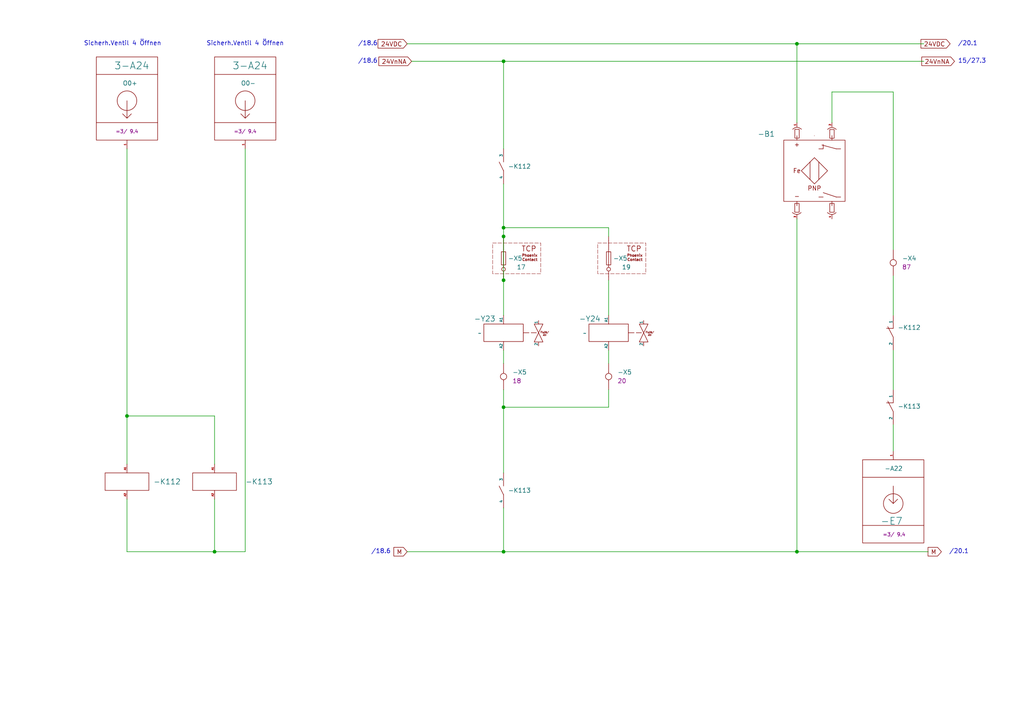
<source format=kicad_sch>
(kicad_sch (version 20250114) (generator "eeschema") (generator_version "9.0")
  (paper "A4")
  (title_block (comment 4 "3"))
  (lib_symbols
    (symbol "TCP_(X)_1" (pin_numbers (hide yes)) (pin_names (offset 0) (hide yes))
      (property "Reference" "-X" (at -9.398 7.366 0))
      (symbol "TCP_(X)_1_0_1"
        (polyline (pts (xy -3.81 -5.334) (xy -3.81 -3.81)))
      )
      (symbol "TCP_(X)_1_1_1"
        (rectangle (start -6.985 4.445) (end 6.985 -4.445) (stroke (width 0.1016) (type dash)))
        (rectangle (start -4.445 1.905) (end -3.175 -1.905))
        (circle (center -3.8101 -3.155) (radius 0.5341))
        (polyline (pts (xy -3.81 5.08) (xy -3.81 -2.54)))
        (text "TCP" (at 3.556 2.794 0) (effects (font (size 1.524 1.524))))
        (text "Phoenix\nContact" (at 6.096 0.254 0) (effects (font (size 0.762 0.762)) (justify right)))
        (pin passive line (at -3.81 6.35 270) (length 1.27) (name "") (number ""))
        (pin passive line (at -3.81 -6.35 90) (length 1.016) (name ".") (number ""))
      )
    )
    (symbol "Verbinder_Standart_einfach_(X)_1" (pin_numbers (hide yes)) (pin_names (offset 0))
      (property "Reference" "-X" (at -4.572 2.794 0))
      (property "Nummer" "x" (at 3.048 3.048 0))
      (symbol "Verbinder_Standart_einfach_(X)_1_0_1"
        (polyline (pts (xy 0 1.27) (xy 0 1.016)))
        (circle (center 0 0) (radius 0.9158))
        (polyline (pts (xy 0 -1.27) (xy 0 -1.016)))
      )
      (symbol "Verbinder_Standart_einfach_(X)_1_1_1"
        (pin passive line (at 0 3.81 270) (length 2.54) (name "") (number ""))
        (pin passive line (at 0 -3.81 90) (length 2.54) (name "") (number ""))
      )
    )
    (symbol "Verbinder_Standart_einfach_(X)_2" (pin_numbers (hide yes)) (pin_names (offset 0))
      (property "Reference" "-X" (at -4.572 2.794 0))
      (property "Nummer" "x" (at 3.048 3.048 0))
      (symbol "Verbinder_Standart_einfach_(X)_2_0_1"
        (polyline (pts (xy 0 1.27) (xy 0 1.016)))
        (circle (center 0 0) (radius 0.9158))
        (polyline (pts (xy 0 -1.27) (xy 0 -1.016)))
      )
      (symbol "Verbinder_Standart_einfach_(X)_2_1_1"
        (pin passive line (at 0 3.81 270) (length 2.54) (name "") (number ""))
        (pin passive line (at 0 -3.81 90) (length 2.54) (name "") (number ""))
      )
    )
    (symbol "standart:PLC_IN_(E)" (on_board no)
      (property "Reference" "-E" (at -6.35 10.16 0))
      (property "Target" "=Gruppe/ Seite.Pfad" (at 0.254 -8.382 0))
      (symbol "PLC_IN_(E)_0_1"
        (rectangle (start -8.89 12.7) (end 8.89 -11.43))
        (polyline (pts (xy -8.89 7.62) (xy 8.89 7.62)))
        (polyline (pts (xy -8.89 -6.35) (xy 8.89 -6.35)))
        (polyline (pts (xy 0 5.08) (xy 0 0) (xy 1.27 1.27) (xy 0 0) (xy -1.27 1.27)))
        (circle (center 0 0) (radius 2.8398))
      )
      (symbol "PLC_IN_(E)_1_1"
        (pin input line (at 0 15.24 270) (length 2.54) (name "") (number "1"))
      )
    )
    (symbol "standart:PLC_OUT_(A)" (on_board no)
      (property "Reference" "-A" (at -6.35 10.16 0))
      (property "Target" "=Gruppe/ Seite.Pfad" (at 0 -8.89 0))
      (symbol "PLC_OUT_(A)_0_1"
        (rectangle (start -8.89 12.7) (end 8.89 -11.43))
        (polyline (pts (xy -8.89 7.62) (xy 8.89 7.62)))
        (polyline (pts (xy -8.89 -6.35) (xy 8.89 -6.35)))
        (polyline (pts (xy 0 0) (xy 0 -5.08) (xy 1.27 -3.81) (xy 0 -5.08) (xy -1.27 -3.81)))
        (circle (center 0 0) (radius 2.8398))
      )
      (symbol "PLC_OUT_(A)_1_1"
        (pin output line (at 0 -13.97 90) (length 2.54) (name "") (number "1"))
      )
    )
    (symbol "standart:Relais_(K)_A1-A2" (pin_names (hide yes))
      (property "Reference" "-K" (at -4.572 5.842 0))
      (symbol "Relais_(K)_A1-A2_0_1"
        (rectangle (start -6.35 2.54) (end 6.35 -2.54))
      )
      (symbol "Relais_(K)_A1-A2_1_1"
        (pin passive line (at 0 5.08 270) (length 2.54) (name "") (number "A1"))
        (pin passive line (at 0 -5.08 90) (length 2.54) (name "") (number "A2"))
      )
    )
    (symbol "standart:Relais_(K)_NC" (pin_numbers (hide yes)) (pin_names (offset 0))
      (property "Reference" "-K" (at -4.572 4.318 0))
      (symbol "Relais_(K)_NC_0_1"
        (polyline (pts (xy 0 1.27) (xy -1.944 1.27)))
        (polyline (pts (xy 0 1.27) (xy 0 1.27)))
        (polyline (pts (xy 0 -1.27) (xy -1.5826 1.7804)))
      )
      (symbol "Relais_(K)_NC_1_1"
        (pin passive line (at 0 5.08 270) (length 3.81) (name "1") (number "1"))
        (pin passive line (at 0 -5.08 90) (length 3.81) (name "2") (number "2"))
      )
    )
    (symbol "standart:Relais_(K)_NO" (pin_numbers (hide yes)) (pin_names (offset 0))
      (property "Reference" "-K" (at -4.318 4.318 0))
      (symbol "Relais_(K)_NO_0_1"
        (polyline (pts (xy 0 1.27) (xy 0 1.27)))
        (polyline (pts (xy 0 -1.27) (xy -1.27 1.27)))
      )
      (symbol "Relais_(K)_NO_1_1"
        (pin passive line (at 0 5.08 270) (length 3.81) (name "3") (number "3"))
        (pin passive line (at 0 -5.08 90) (length 3.81) (name "4") (number "4"))
      )
    )
    (symbol "standart:Sensor_PNP_Fe_(B)_NO_NC"
      (property "Reference" "-B" (at -13.97 10.668 0))
      (symbol "Sensor_PNP_Fe_(B)_NO_NC_0_1"
        (rectangle (start -8.89 8.89) (end 8.89 -8.89))
        (polyline (pts (xy -5.08 8.89) (xy -5.08 10.16)))
        (polyline (pts (xy -5.08 -8.89) (xy -5.08 -10.16)))
        (polyline (pts (xy -3.81 0) (xy 0 3.81) (xy 3.81 0) (xy 0 -3.81) (xy -3.81 0)))
        (polyline (pts (xy -1.27 2.54) (xy -1.27 -2.54)))
        (rectangle (start 0 10.16) (end 0 10.16))
        (polyline (pts (xy 1.27 6.35) (xy 2.54 6.35) (xy 2.54 7.62)))
        (polyline (pts (xy 1.27 2.54) (xy 1.27 -2.54)))
        (polyline (pts (xy 1.27 -7.62) (xy 2.54 -7.62)))
        (rectangle (start 5.08 10.16) (end 5.08 10.16))
        (polyline (pts (xy 5.08 8.89) (xy 5.08 10.16)))
        (polyline (pts (xy 5.08 -8.89) (xy 5.08 -10.16)))
        (polyline (pts (xy 6.35 6.35) (xy 2.1612 7.4737)))
        (polyline (pts (xy 6.35 6.35) (xy 7.62 6.35)))
        (polyline (pts (xy 6.35 -7.62) (xy 2.54 -6.35)))
        (polyline (pts (xy 6.35 -7.62) (xy 7.62 -7.62)))
      )
      (symbol "Sensor_PNP_Fe_(B)_NO_NC_1_1"
        (bezier (pts (xy -6.3012 12.0345) (xy -5.0312 13.3045) (xy -3.7612 12.0345) (xy -3.7612 12.0345)))
        (rectangle (start -5.7031 -9.4835) (end -4.4331 -12.0235) (fill (type color)))
        (rectangle (start -5.6833 12.0107) (end -4.4133 9.4707) (fill (type color)))
        (bezier (pts (xy -3.8638 -12.0969) (xy -5.1338 -13.3669) (xy -6.4038 -12.0969) (xy -6.4038 -12.0969)))
        (bezier (pts (xy 3.8093 11.9806) (xy 5.0793 13.2506) (xy 6.3493 11.9806) (xy 6.3493 11.9806)))
        (rectangle (start 4.4492 -9.4835) (end 5.7192 -12.0235) (fill (type color)))
        (rectangle (start 4.451 11.9632) (end 5.721 9.4232) (fill (type color)))
        (bezier (pts (xy 6.2858 -12.1072) (xy 5.0158 -13.3772) (xy 3.7458 -12.1072) (xy 3.7458 -12.1072)))
        (text "+" (at -5.08 7.62 0) (effects (font (size 1.27 1.27))))
        (text "Fe" (at -5.08 0 0) (effects (font (size 1.27 1.27))))
        (text "-" (at -5.08 -7.366 0) (effects (font (size 1.27 1.27))))
        (text "PNP" (at 0 -5.08 0) (effects (font (size 1.27 1.27))))
        (pin passive line (at -5.08 13.97 270) (length 1.27) (name "") (number "1"))
        (pin passive line (at -5.08 -13.97 90) (length 1.27) (name "") (number "3"))
        (pin passive line (at 5.08 13.97 270) (length 1.27) (name "") (number "2"))
        (pin passive line (at 5.08 -13.97 90) (length 1.27) (name "") (number "4"))
      )
    )
    (symbol "standart:TCP_(X)" (pin_numbers (hide yes)) (pin_names (offset 0) (hide yes))
      (property "Reference" "-X" (at -9.398 7.366 0))
      (symbol "TCP_(X)_0_1"
        (polyline (pts (xy -3.81 -5.334) (xy -3.81 -3.81)))
      )
      (symbol "TCP_(X)_1_1"
        (rectangle (start -6.985 4.445) (end 6.985 -4.445) (stroke (width 0.1016) (type dash)))
        (rectangle (start -4.445 1.905) (end -3.175 -1.905))
        (circle (center -3.8101 -3.155) (radius 0.5341))
        (polyline (pts (xy -3.81 5.08) (xy -3.81 -2.54)))
        (text "TCP" (at 3.556 2.794 0) (effects (font (size 1.524 1.524))))
        (text "Phoenix\nContact" (at 6.096 0.254 0) (effects (font (size 0.762 0.762)) (justify right)))
        (pin passive line (at -3.81 6.35 270) (length 1.27) (name "") (number ""))
        (pin passive line (at -3.81 -6.35 90) (length 1.016) (name ".") (number ""))
      )
    )
    (symbol "standart:Ventil_(Y)" (pin_numbers (hide yes)) (pin_names (offset 0))
      (property "Reference" "-Y" (at -8.636 4.064 0))
      (symbol "Ventil_(Y)_0_1"
        (rectangle (start -5.715 2.54) (end 5.715 -2.54))
      )
      (symbol "Ventil_(Y)_1_1"
        (polyline (pts (xy 5.715 0) (xy 9.525 0)) (stroke (width 0) (type dash)))
        (polyline (pts (xy 10.16 0) (xy 8.8857 -2.6619) (xy 11.4257 -2.6619) (xy 10.16 0) (xy 8.89 2.54) (xy 11.43 2.54) (xy 10.16 0)))
        (text "Fluid/\nAir" (at 11.938 -0.254 0) (effects (font (size 0.508 0.508))))
        (pin passive line (at 0 5.08 270) (length 2.54) (name "A1") (number "A1"))
        (pin passive line (at 0 -5.08 90) (length 2.54) (name "A2") (number "A2"))
        (pin passive line (at 10.16 3.556 270) (length 1.016) (name "1") (number "1"))
        (pin passive line (at 10.16 -3.81 90) (length 1.016) (name "2") (number "2"))
      )
    )
    (symbol "standart:Verbinder_Standart_einfach_(X)" (pin_numbers (hide yes)) (pin_names (offset 0))
      (property "Reference" "-X" (at -4.572 2.794 0))
      (property "Nummer" "x" (at 3.048 3.048 0))
      (symbol "Verbinder_Standart_einfach_(X)_0_1"
        (polyline (pts (xy 0 1.27) (xy 0 1.016)))
        (circle (center 0 0) (radius 0.9158))
        (polyline (pts (xy 0 -1.27) (xy 0 -1.016)))
      )
      (symbol "Verbinder_Standart_einfach_(X)_1_1"
        (pin passive line (at 0 3.81 270) (length 2.54) (name "") (number ""))
        (pin passive line (at 0 -3.81 90) (length 2.54) (name "") (number ""))
      )
    )
  )
  (text "/20.1" (at 280.67 12.7 0) (effects (font (size 1.27 1.27))))
  (text "/20.1\n" (at 278.13 160.02 0) (effects (font (size 1.27 1.27))))
  (text "15/27.3" (at 281.94 17.78 0) (effects (font (size 1.27 1.27))))
  (text "Sicherh.Ventil 4 Öffnen" (at 35.56 12.7 0) (effects (font (size 1.27 1.27))))
  (text "Sicherh.Ventil 4 Öffnen" (at 71.12 12.7 0) (effects (font (size 1.27 1.27))))
  (text "/18.6\n" (at 110.49 160.02 0) (effects (font (size 1.27 1.27))))
  (text "/18.6" (at 106.68 17.78 0) (effects (font (size 1.27 1.27))))
  (text "/18.6" (at 106.68 12.7 0) (effects (font (size 1.27 1.27))))
  (junction (at 36.83 120.65))
  (junction (at 231.14 160.02))
  (junction (at 146.05 81.28))
  (junction (at 231.14 12.7))
  (junction (at 146.05 160.02))
  (junction (at 146.05 68.58))
  (junction (at 146.05 118.11))
  (junction (at 146.05 17.78))
  (junction (at 146.05 66.04))
  (junction (at 62.23 160.02))
  (wire (pts (xy 36.83 120.65) (xy 36.83 134.62)))
  (wire (pts (xy 241.3 26.67) (xy 241.3 35.56)))
  (wire (pts (xy 176.53 81.28) (xy 176.53 91.44)))
  (wire (pts (xy 259.08 101.6) (xy 259.08 113.03)))
  (wire (pts (xy 259.08 123.19) (xy 259.08 130.81)))
  (wire (pts (xy 146.05 66.04) (xy 176.53 66.04)))
  (wire (pts (xy 146.05 68.58) (xy 146.05 81.28)))
  (wire (pts (xy 146.05 147.32) (xy 146.05 160.02)))
  (wire (pts (xy 119.38 17.78) (xy 146.05 17.78)))
  (wire (pts (xy 176.53 101.6) (xy 176.53 105.41)))
  (wire (pts (xy 241.3 26.67) (xy 259.08 26.67)))
  (wire (pts (xy 231.14 12.7) (xy 231.14 35.56)))
  (wire (pts (xy 62.23 120.65) (xy 62.23 134.62)))
  (wire (pts (xy 146.05 81.28) (xy 146.05 91.44)))
  (wire (pts (xy 36.83 160.02) (xy 62.23 160.02)))
  (wire (pts (xy 176.53 113.03) (xy 176.53 118.11)))
  (wire (pts (xy 118.11 160.02) (xy 146.05 160.02)))
  (wire (pts (xy 231.14 160.02) (xy 269.24 160.02)))
  (wire (pts (xy 146.05 113.03) (xy 146.05 118.11)))
  (wire (pts (xy 118.11 12.7) (xy 231.14 12.7)))
  (wire (pts (xy 146.05 101.6) (xy 146.05 105.41)))
  (wire (pts (xy 146.05 17.78) (xy 146.05 43.18)))
  (wire (pts (xy 259.08 80.01) (xy 259.08 91.44)))
  (wire (pts (xy 62.23 144.78) (xy 62.23 160.02)))
  (wire (pts (xy 231.14 12.7) (xy 267.97 12.7)))
  (wire (pts (xy 36.83 43.18) (xy 36.83 120.65)))
  (wire (pts (xy 71.12 43.18) (xy 71.12 160.02)))
  (wire (pts (xy 146.05 118.11) (xy 176.53 118.11)))
  (wire (pts (xy 176.53 66.04) (xy 176.53 68.58)))
  (wire (pts (xy 36.83 144.78) (xy 36.83 160.02)))
  (wire (pts (xy 36.83 120.65) (xy 62.23 120.65)))
  (wire (pts (xy 146.05 53.34) (xy 146.05 66.04)))
  (wire (pts (xy 146.05 17.78) (xy 267.97 17.78)))
  (wire (pts (xy 62.23 160.02) (xy 71.12 160.02)))
  (wire (pts (xy 146.05 68.58) (xy 146.05 66.04)))
  (wire (pts (xy 146.05 118.11) (xy 146.05 137.16)))
  (wire (pts (xy 146.05 160.02) (xy 231.14 160.02)))
  (wire (pts (xy 259.08 26.67) (xy 259.08 72.39)))
  (wire (pts (xy 231.14 63.5) (xy 231.14 160.02)))
  (global_label "24VDC" (shape input) (at 118.11 12.7 180) (property "Intersheetrefs" "${INTERSHEET_REFS}" (effects (hide yes))))
  (global_label "M" (shape input) (at 118.11 160.02 180) (property "Intersheetrefs" "${INTERSHEET_REFS}" (effects (hide yes))))
  (global_label "24VnNA" (shape input) (at 276.86 17.78 180) (property "Intersheetrefs" "${INTERSHEET_REFS}" (effects (hide yes))))
  (global_label "M" (shape input) (at 273.05 160.02 180) (property "Intersheetrefs" "${INTERSHEET_REFS}" (effects (hide yes))))
  (global_label "24VDC" (shape input) (at 275.59 12.7 180) (property "Intersheetrefs" "${INTERSHEET_REFS}" (effects (hide yes))))
  (global_label "24VnNA" (shape input) (at 119.38 17.78 180) (property "Intersheetrefs" "${INTERSHEET_REFS}" (effects (hide yes))))
  (symbol (lib_id "standart:PLC_OUT_(A)") (at 71.12 29.21 0) (unit 1) (on_board no)
    (property "Reference" "3-A24" (at 67.31 19.05 0) (effects (font (size 2.032 2.032)) (justify left)))
    (property "Value" "O0-" (at 69.85 24.13 0) (effects (justify left)))
    (property "Target" "=3/ 9.4" (at 71.12 38.1 0) (effects (font (size 1.016 1.016))))
  )
  (symbol (lib_id "standart:TCP_(X)") (at 149.86 74.93 0) (unit 1)
    (property "Reference" "-X5" (at 147.32 74.93 0) (effects (justify left)))
    (property "Value" "17" (at 149.86 77.47 0) (effects (justify left)))
  )
  (symbol (lib_id "standart:Relais_(K)_A1-A2") (at 36.83 139.7 0) (unit 1)
    (property "Reference" "-K112" (at 44.45 139.6999 0) (effects (font (size 1.524 1.524)) (justify left)))
  )
  (symbol (lib_id "standart:Relais_(K)_A1-A2") (at 62.23 139.7 0) (unit 1)
    (property "Reference" "-K113" (at 71.12 139.7 0) (effects (font (size 1.524 1.524)) (justify left)))
  )
  (symbol (lib_name "Verbinder_Standart_einfach_(X)_2") (lib_id "standart:Verbinder_Standart_einfach_(X)") (at 259.08 76.2 0) (unit 1)
    (property "Reference" "-X4" (at 261.62 74.9299 0) (effects (justify left)))
    (property "Nummer" "87" (at 261.62 77.4699 0) (effects (justify left)))
  )
  (symbol (lib_id "standart:Ventil_(Y)") (at 176.53 96.52 0) (unit 1)
    (property "Reference" "-Y24" (at 167.894 92.456 0) (effects (font (size 1.524 1.524)) (justify left)))
    (property "Value" "~" (at 170.18 96.6469 0) (effects (justify right)))
    (property "Description" "Elektromagnetisches Ventil für Hydraulik und Pneumatik" (effects (hide yes)))
  )
  (symbol (lib_id "standart:Relais_(K)_NC") (at 259.08 96.52 0) (unit 1)
    (property "Reference" "-K112" (at 260.35 94.9947 0) (effects (justify left)))
  )
  (symbol (lib_name "Verbinder_Standart_einfach_(X)_1") (lib_id "standart:Verbinder_Standart_einfach_(X)") (at 176.53 109.22 0) (unit 1)
    (property "Reference" "-X5" (at 179.07 107.9499 0) (effects (justify left)))
    (property "Nummer" "20" (at 179.07 110.4899 0) (effects (justify left)))
  )
  (symbol (lib_id "standart:PLC_IN_(E)") (at 259.08 146.05 0) (unit 1) (on_board no)
    (property "Reference" "-E7" (at 255.27 151.13 0) (effects (font (size 2.032 2.032)) (justify left)))
    (property "Value" "-A22" (at 256.54 135.89 0) (effects (justify left)))
    (property "Target" "=3/ 9.4" (at 259.334 154.432 0) (effects (font (size 1.016 1.016)) (justify top)))
  )
  (symbol (lib_id "standart:Relais_(K)_NO") (at 146.05 142.24 0) (unit 1)
    (property "Reference" "-K113" (at 147.32 142.2399 0) (effects (justify left)))
  )
  (symbol (lib_id "standart:Relais_(K)_NC") (at 259.08 118.11 0) (unit 1)
    (property "Reference" "-K113" (at 260.35 117.8547 0) (effects (justify left)))
  )
  (symbol (lib_name "TCP_(X)_1") (lib_id "standart:TCP_(X)") (at 180.34 74.93 0) (unit 1)
    (property "Reference" "-X5" (at 177.8 74.93 0) (effects (justify left)))
    (property "Value" "19" (at 180.34 77.47 0) (effects (justify left)))
  )
  (symbol (lib_id "standart:Sensor_PNP_Fe_(B)_NO_NC") (at 236.22 49.53 0) (unit 1)
    (property "Reference" "-B1" (at 222.25 38.862 0) (effects (font (size 1.524 1.524))))
  )
  (symbol (lib_id "standart:PLC_OUT_(A)") (at 36.83 29.21 0) (unit 1) (on_board no)
    (property "Reference" "3-A24" (at 33.02 19.05 0) (effects (font (size 2.032 2.032)) (justify left)))
    (property "Value" "O0+" (at 35.56 24.13 0) (effects (justify left)))
    (property "Target" "=3/ 9.4" (at 36.83 38.1 0) (effects (font (size 1.016 1.016))))
  )
  (symbol (lib_id "standart:Relais_(K)_NO") (at 146.05 48.26 0) (unit 1)
    (property "Reference" "-K112" (at 147.32 48.2599 0) (effects (justify left)))
  )
  (symbol (lib_id "standart:Verbinder_Standart_einfach_(X)") (at 146.05 109.22 0) (unit 1)
    (property "Reference" "-X5" (at 148.59 107.9499 0) (effects (justify left)))
    (property "Nummer" "18" (at 148.59 110.4899 0) (effects (justify left)))
  )
  (symbol (lib_id "standart:Ventil_(Y)") (at 146.05 96.52 0) (unit 1)
    (property "Reference" "-Y23" (at 137.414 92.456 0) (effects (font (size 1.524 1.524)) (justify left)))
    (property "Value" "~" (at 139.7 96.6469 0) (effects (justify right)))
    (property "Description" "Elektromagnetisches Ventil für Hydraulik und Pneumatik" (effects (hide yes)))
  )
)
</source>
